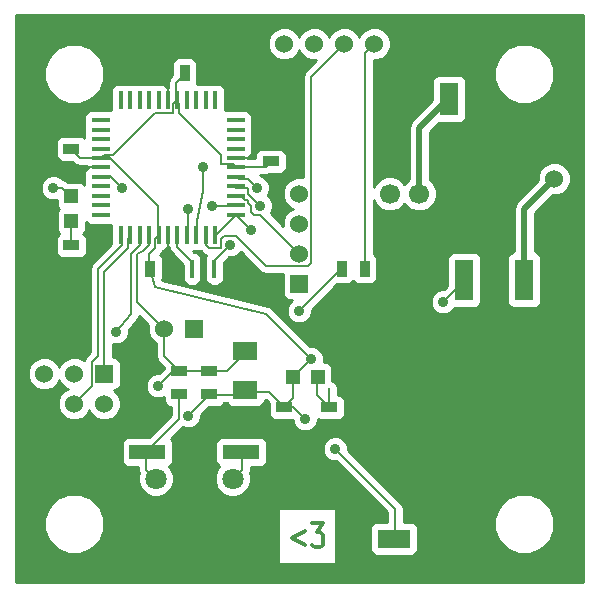
<source format=gtl>
G04 (created by PCBNEW-RS274X (2011-nov-30)-testing) date Mon 11 Jun 2012 06:03:41 PM EDT*
%MOIN*%
G04 Gerber Fmt 3.4, Leading zero omitted, Abs format*
%FSLAX34Y34*%
G01*
G70*
G90*
G04 APERTURE LIST*
%ADD10C,0.006*%
%ADD11C,0.012*%
%ADD12R,0.055X0.035*%
%ADD13R,0.06X0.06*%
%ADD14C,0.06*%
%ADD15C,0.0669*%
%ADD16R,0.122X0.0512*%
%ADD17C,0.0709*%
%ADD18R,0.1102X0.063*%
%ADD19R,0.063X0.1102*%
%ADD20R,0.0472X0.0472*%
%ADD21R,0.035X0.055*%
%ADD22R,0.08X0.06*%
%ADD23R,0.4803X0.3839*%
%ADD24R,0.063X0.1378*%
%ADD25R,0.06X0.016*%
%ADD26R,0.016X0.06*%
%ADD27R,0.0118X0.063*%
%ADD28C,0.035*%
%ADD29C,0.02*%
%ADD30C,0.01*%
G04 APERTURE END LIST*
G54D10*
G54D11*
X10203Y2249D02*
X9746Y2020D01*
X10203Y1791D01*
X10432Y2515D02*
X10803Y2515D01*
X10603Y2210D01*
X10689Y2210D01*
X10746Y2172D01*
X10775Y2134D01*
X10803Y2058D01*
X10803Y1868D01*
X10775Y1791D01*
X10746Y1753D01*
X10689Y1715D01*
X10517Y1715D01*
X10460Y1753D01*
X10432Y1791D01*
G54D12*
X11000Y6375D03*
X11000Y5625D03*
X7000Y6825D03*
X7000Y7575D03*
X6000Y6825D03*
X6000Y7575D03*
X2400Y11775D03*
X2400Y11025D03*
G54D13*
X3500Y7500D03*
G54D14*
X3500Y6500D03*
X2500Y7500D03*
X2500Y6500D03*
X1500Y7500D03*
X1500Y6500D03*
G54D13*
X7500Y18500D03*
G54D14*
X8500Y18500D03*
X9500Y18500D03*
X10500Y18500D03*
X11500Y18500D03*
X12500Y18500D03*
G54D13*
X18500Y15000D03*
G54D14*
X18500Y14000D03*
G54D15*
X14984Y13500D03*
X14000Y13500D03*
X13016Y13500D03*
G54D13*
X10000Y10500D03*
G54D14*
X10000Y11500D03*
X10000Y12500D03*
X10000Y13500D03*
G54D13*
X6500Y9000D03*
G54D14*
X5500Y9000D03*
G54D16*
X8065Y4886D03*
X4935Y4886D03*
X4935Y3114D03*
X8065Y3114D03*
G54D17*
X5220Y4000D03*
X7780Y4000D03*
X5220Y2228D03*
X7780Y2228D03*
X6500Y1500D03*
G54D18*
X13154Y2000D03*
X14846Y2000D03*
G54D19*
X15000Y16654D03*
X15000Y18346D03*
G54D20*
X9787Y7400D03*
X10613Y7400D03*
X2400Y13413D03*
X2400Y12587D03*
G54D21*
X5025Y11000D03*
X5775Y11000D03*
X12175Y11000D03*
X11425Y11000D03*
G54D12*
X9500Y6375D03*
X9500Y5625D03*
X2400Y14995D03*
X2400Y14245D03*
G54D21*
X6175Y17520D03*
X5425Y17520D03*
G54D12*
X9055Y14586D03*
X9055Y15336D03*
G54D22*
X8200Y8250D03*
X8200Y6950D03*
G54D23*
X16500Y6593D03*
G54D24*
X17500Y10638D03*
X15500Y10638D03*
G54D25*
X3375Y14375D03*
X3375Y14060D03*
X3375Y13745D03*
X3375Y13430D03*
X3375Y13115D03*
X3375Y12800D03*
X3375Y14690D03*
X3375Y15005D03*
X3375Y15320D03*
X3375Y15635D03*
X3375Y15950D03*
X7875Y14375D03*
X7875Y14060D03*
X7875Y13745D03*
X7875Y13430D03*
X7875Y13115D03*
X7875Y12800D03*
X7875Y14690D03*
X7875Y15005D03*
X7875Y15320D03*
X7875Y15635D03*
X7875Y15950D03*
G54D26*
X5625Y12125D03*
X5625Y16625D03*
X5940Y12125D03*
X5940Y16625D03*
X6255Y16625D03*
X6255Y12125D03*
X6570Y12125D03*
X6570Y16625D03*
X6885Y16625D03*
X6885Y12125D03*
X7200Y12125D03*
X7200Y16625D03*
X5310Y16625D03*
X5310Y12125D03*
X4995Y12125D03*
X4995Y16625D03*
X4680Y16625D03*
X4680Y12125D03*
X4365Y12125D03*
X4365Y16625D03*
X4050Y16625D03*
X4050Y12125D03*
G54D27*
X6800Y11000D03*
X6426Y11000D03*
X7174Y11000D03*
G54D28*
X10200Y6000D03*
X11200Y5000D03*
X10400Y8000D03*
X6300Y6100D03*
X14800Y9900D03*
X4100Y13700D03*
X1800Y13700D03*
X10000Y9600D03*
X7100Y13100D03*
X6300Y13000D03*
X7700Y11800D03*
X8600Y13700D03*
X8700Y13100D03*
X5300Y7100D03*
X6800Y14400D03*
X8400Y12300D03*
X3900Y8900D03*
G54D10*
X5800Y16200D02*
X5200Y16200D01*
X11200Y5000D02*
X13200Y3000D01*
X13200Y3000D02*
X13200Y2000D01*
X13200Y2000D02*
X13154Y2000D01*
X9800Y7400D02*
X10400Y8000D01*
X5300Y13100D02*
X5300Y12100D01*
X3400Y14700D02*
X2700Y14700D01*
X5800Y16500D02*
X5800Y16200D01*
X15500Y10600D02*
X15500Y10638D01*
X5940Y16625D02*
X5900Y16600D01*
X5900Y16600D02*
X6000Y16500D01*
X9787Y7400D02*
X9800Y7400D01*
X3375Y14690D02*
X3400Y14700D01*
X5025Y11000D02*
X5200Y10400D01*
X5940Y16625D02*
X5900Y16600D01*
X5900Y16600D02*
X5800Y16500D01*
X7900Y14400D02*
X7875Y14375D01*
X7800Y14500D02*
X7900Y14400D01*
X6000Y16200D02*
X7400Y14800D01*
X7400Y14800D02*
X7400Y14500D01*
X7400Y14500D02*
X7800Y14500D01*
X5200Y12000D02*
X5200Y11700D01*
X9500Y6400D02*
X9800Y6400D01*
X3400Y14700D02*
X3700Y14700D01*
X3700Y14700D02*
X5300Y13100D01*
X5200Y16200D02*
X3800Y14800D01*
X3800Y14800D02*
X3500Y14800D01*
X3500Y14800D02*
X3400Y14700D01*
X3400Y14700D02*
X3375Y14690D01*
X3375Y14690D02*
X3400Y14700D01*
X6000Y16500D02*
X6000Y16200D01*
X14800Y9900D02*
X15500Y10600D01*
X6300Y6100D02*
X7000Y6800D01*
X7000Y6800D02*
X7000Y6825D01*
X8200Y6950D02*
X8200Y6900D01*
X8200Y6900D02*
X9000Y6900D01*
X5900Y16600D02*
X5940Y16625D01*
X5310Y12125D02*
X5300Y12100D01*
X5300Y12100D02*
X5200Y12000D01*
X9100Y14600D02*
X9055Y14586D01*
X5200Y11700D02*
X5000Y11500D01*
X5000Y11500D02*
X5000Y11000D01*
X5000Y11000D02*
X5025Y11000D01*
X6175Y17520D02*
X6200Y17500D01*
X6200Y17500D02*
X5900Y17200D01*
X5900Y17200D02*
X5900Y16600D01*
X9500Y6400D02*
X9500Y6375D01*
X5200Y10400D02*
X8900Y9500D01*
X8900Y9500D02*
X10400Y8000D01*
X2700Y14700D02*
X2400Y15000D01*
X2400Y15000D02*
X2400Y14995D01*
X9800Y6700D02*
X9800Y7400D01*
X9800Y7400D02*
X9787Y7400D01*
X9000Y6900D02*
X9500Y6400D01*
X7900Y14400D02*
X8900Y14400D01*
X8900Y14400D02*
X9100Y14600D01*
X9500Y6375D02*
X9500Y6400D01*
X9500Y6400D02*
X9800Y6700D01*
X8100Y6800D02*
X8200Y6900D01*
X7000Y6800D02*
X8100Y6800D01*
X7000Y6825D02*
X7000Y6800D01*
X8200Y6900D02*
X8200Y6950D01*
X5300Y12100D02*
X5310Y12125D01*
X7875Y14375D02*
X7900Y14400D01*
X9500Y6375D02*
X9500Y6400D01*
X9800Y6400D02*
X10200Y6000D01*
G54D29*
X14000Y15700D02*
X14000Y13500D01*
X15000Y16700D02*
X14000Y15700D01*
X15000Y16654D02*
X15000Y16700D01*
X17500Y13000D02*
X17500Y10638D01*
X18500Y14000D02*
X17500Y13000D01*
G54D10*
X2100Y13700D02*
X2400Y13400D01*
X3400Y14100D02*
X3700Y14100D01*
X1800Y13700D02*
X2100Y13700D01*
X2400Y13400D02*
X2400Y13413D01*
X3375Y14060D02*
X3400Y14100D01*
X3700Y14100D02*
X4100Y13700D01*
X3375Y14375D02*
X2530Y14375D01*
X2530Y14375D02*
X2400Y14245D01*
X7875Y14690D02*
X8409Y14690D01*
X8409Y14690D02*
X9055Y15336D01*
X5625Y12125D02*
X5625Y11150D01*
X5625Y11150D02*
X5775Y11000D01*
X5625Y16625D02*
X5625Y17320D01*
X5625Y17320D02*
X5425Y17520D01*
X4365Y12125D02*
X4400Y12100D01*
X4400Y12100D02*
X4300Y12000D01*
X4300Y12000D02*
X4300Y11700D01*
X4300Y11700D02*
X3500Y10900D01*
X3500Y10900D02*
X3500Y7500D01*
X3300Y8100D02*
X3300Y11000D01*
X2500Y6500D02*
X3100Y7100D01*
X3100Y7900D02*
X3300Y8100D01*
X3300Y11000D02*
X4100Y11800D01*
X4100Y11800D02*
X4100Y12100D01*
X4100Y12100D02*
X4050Y12125D01*
X3100Y7100D02*
X3100Y7900D01*
X11000Y6375D02*
X11000Y6400D01*
X11000Y6400D02*
X10600Y6800D01*
X10600Y6800D02*
X10600Y7400D01*
X10600Y7400D02*
X10613Y7400D01*
X11000Y7013D02*
X11000Y6375D01*
X11425Y11000D02*
X11400Y11000D01*
X11400Y11000D02*
X10000Y9600D01*
X2400Y11775D02*
X2400Y12587D01*
X7900Y13400D02*
X8100Y13400D01*
X7875Y13430D02*
X7900Y13400D01*
X8200Y13300D02*
X8300Y13300D01*
X8400Y13100D02*
X8400Y12900D01*
X8400Y12900D02*
X8500Y12800D01*
X8300Y13200D02*
X8400Y13100D01*
X8500Y12800D02*
X8700Y12800D01*
X8700Y12800D02*
X10000Y11500D01*
X8300Y13300D02*
X8300Y13200D01*
X8100Y13400D02*
X8200Y13300D01*
X7100Y13100D02*
X7900Y13100D01*
X7900Y13100D02*
X7875Y13115D01*
X8100Y4900D02*
X8065Y4886D01*
X8100Y4300D02*
X8100Y4900D01*
X6000Y6000D02*
X6000Y6825D01*
X4900Y4900D02*
X6000Y6000D01*
X4935Y4886D02*
X4900Y4900D01*
X4900Y4900D02*
X4935Y4886D01*
X7800Y4000D02*
X8100Y4300D01*
X4900Y4300D02*
X4900Y4900D01*
X5200Y4000D02*
X4900Y4300D01*
X7780Y4000D02*
X7800Y4000D01*
X5220Y4000D02*
X5200Y4000D01*
X6426Y11000D02*
X6426Y11228D01*
X5940Y11714D02*
X5940Y12125D01*
X6426Y11228D02*
X5940Y11714D01*
X6300Y12600D02*
X6300Y13000D01*
X6300Y12100D02*
X6300Y12600D01*
X6255Y12125D02*
X6300Y12100D01*
X7200Y11300D02*
X7200Y11000D01*
X7700Y11800D02*
X7200Y11300D01*
X7200Y11000D02*
X7174Y11000D01*
X7900Y14100D02*
X7875Y14060D01*
X8000Y14000D02*
X7900Y14100D01*
X8300Y14000D02*
X8000Y14000D01*
X8600Y13700D02*
X8300Y14000D01*
X7900Y13700D02*
X7875Y13745D01*
X8300Y13700D02*
X7900Y13700D01*
X8300Y13500D02*
X8300Y13700D01*
X8700Y13100D02*
X8300Y13500D01*
X6000Y7575D02*
X6000Y7600D01*
X6000Y7600D02*
X5800Y7600D01*
X6000Y7600D02*
X7000Y7600D01*
X7000Y7600D02*
X7000Y7575D01*
X6000Y7575D02*
X6000Y7600D01*
X5500Y8100D02*
X5500Y9000D01*
X4800Y11600D02*
X5000Y11800D01*
X5000Y11800D02*
X5000Y12100D01*
X5800Y7600D02*
X5300Y7100D01*
X6000Y7600D02*
X5500Y8100D01*
X7000Y7575D02*
X7000Y7600D01*
X4600Y11500D02*
X4800Y11600D01*
X5500Y9000D02*
X4600Y9900D01*
X4600Y9900D02*
X4600Y11500D01*
X6000Y7575D02*
X6000Y7600D01*
X5000Y12100D02*
X4995Y12125D01*
X8200Y8200D02*
X8200Y8250D01*
X7600Y7600D02*
X8200Y8200D01*
X7000Y7600D02*
X7600Y7600D01*
X6570Y12125D02*
X6600Y12600D01*
X6800Y13600D02*
X6800Y14400D01*
X6600Y12600D02*
X6800Y13600D01*
X7900Y12800D02*
X8400Y12300D01*
X7900Y12800D02*
X7200Y12100D01*
X7875Y12800D02*
X7900Y12800D01*
X7875Y12800D02*
X7900Y12800D01*
X7200Y12100D02*
X7200Y12125D01*
X4600Y11700D02*
X4400Y11500D01*
X3900Y8900D02*
X4400Y9500D01*
X4400Y9500D02*
X4400Y11500D01*
X4700Y12100D02*
X4680Y12125D01*
X4700Y11800D02*
X4700Y12100D01*
X4600Y11700D02*
X4700Y11800D01*
X12200Y11000D02*
X12175Y11000D01*
X12500Y18500D02*
X12200Y18200D01*
X12200Y18200D02*
X12200Y11000D01*
X6900Y12100D02*
X6885Y12125D01*
X6900Y11800D02*
X6900Y12100D01*
X7000Y11700D02*
X6900Y11800D01*
X7400Y11700D02*
X7000Y11700D01*
X7400Y12000D02*
X7400Y11700D01*
X7500Y12100D02*
X7400Y12000D01*
X7900Y12100D02*
X7500Y12100D01*
X8900Y11100D02*
X7900Y12100D01*
X10300Y11100D02*
X8900Y11100D01*
X10400Y11200D02*
X10300Y11100D01*
X10400Y17400D02*
X10400Y11200D01*
X11500Y18500D02*
X10400Y17400D01*
G36*
X19450Y550D02*
X19049Y550D01*
X19049Y13891D01*
X19049Y14109D01*
X18965Y14311D01*
X18811Y14465D01*
X18609Y14549D01*
X18498Y14549D01*
X18498Y17301D01*
X18498Y17698D01*
X18346Y18065D01*
X18066Y18346D01*
X17699Y18498D01*
X17302Y18498D01*
X16935Y18346D01*
X16654Y18066D01*
X16502Y17699D01*
X16502Y17302D01*
X16654Y16935D01*
X16934Y16654D01*
X17301Y16502D01*
X17698Y16502D01*
X18065Y16654D01*
X18346Y16934D01*
X18498Y17301D01*
X18498Y14549D01*
X18391Y14549D01*
X18189Y14465D01*
X18035Y14311D01*
X17951Y14109D01*
X17951Y13946D01*
X17253Y13247D01*
X17177Y13134D01*
X17150Y13000D01*
X17150Y11576D01*
X17136Y11576D01*
X17044Y11538D01*
X16974Y11468D01*
X16936Y11377D01*
X16936Y11278D01*
X16936Y9900D01*
X16974Y9808D01*
X17044Y9738D01*
X17135Y9700D01*
X17234Y9700D01*
X17864Y9700D01*
X17956Y9738D01*
X18026Y9808D01*
X18064Y9899D01*
X18064Y9998D01*
X18064Y11376D01*
X18026Y11468D01*
X17956Y11538D01*
X17865Y11576D01*
X17850Y11576D01*
X17850Y12856D01*
X18445Y13451D01*
X18609Y13451D01*
X18811Y13535D01*
X18965Y13689D01*
X19049Y13891D01*
X19049Y550D01*
X18498Y550D01*
X18498Y2301D01*
X18498Y2698D01*
X18346Y3065D01*
X18066Y3346D01*
X17699Y3498D01*
X17302Y3498D01*
X16935Y3346D01*
X16654Y3066D01*
X16502Y2699D01*
X16502Y2302D01*
X16654Y1935D01*
X16934Y1654D01*
X17301Y1502D01*
X17698Y1502D01*
X18065Y1654D01*
X18346Y1934D01*
X18498Y2301D01*
X18498Y550D01*
X16062Y550D01*
X16062Y9900D01*
X16062Y9998D01*
X16062Y11376D01*
X16024Y11467D01*
X15955Y11536D01*
X15864Y11574D01*
X15766Y11574D01*
X15564Y11574D01*
X15564Y16053D01*
X15564Y16152D01*
X15564Y17254D01*
X15526Y17346D01*
X15456Y17416D01*
X15365Y17454D01*
X15266Y17454D01*
X14636Y17454D01*
X14544Y17416D01*
X14474Y17346D01*
X14436Y17255D01*
X14436Y17156D01*
X14436Y16631D01*
X13753Y15947D01*
X13677Y15834D01*
X13650Y15700D01*
X13650Y13976D01*
X13506Y13833D01*
X13346Y13993D01*
X13132Y14082D01*
X12901Y14082D01*
X12687Y13994D01*
X12523Y13830D01*
X12478Y13722D01*
X12478Y17953D01*
X12608Y17953D01*
X12809Y18036D01*
X12963Y18190D01*
X13047Y18390D01*
X13047Y18608D01*
X12964Y18809D01*
X12810Y18963D01*
X12610Y19047D01*
X12392Y19047D01*
X12191Y18964D01*
X12037Y18810D01*
X11999Y18722D01*
X11964Y18809D01*
X11810Y18963D01*
X11610Y19047D01*
X11392Y19047D01*
X11191Y18964D01*
X11037Y18810D01*
X10999Y18722D01*
X10964Y18809D01*
X10810Y18963D01*
X10610Y19047D01*
X10392Y19047D01*
X10191Y18964D01*
X10037Y18810D01*
X9999Y18722D01*
X9964Y18809D01*
X9810Y18963D01*
X9610Y19047D01*
X9392Y19047D01*
X9191Y18964D01*
X9037Y18810D01*
X8953Y18610D01*
X8953Y18392D01*
X9036Y18191D01*
X9190Y18037D01*
X9390Y17953D01*
X9608Y17953D01*
X9809Y18036D01*
X9963Y18190D01*
X10000Y18279D01*
X10036Y18191D01*
X10190Y18037D01*
X10390Y17953D01*
X10559Y17953D01*
X10203Y17597D01*
X10143Y17507D01*
X10121Y17400D01*
X10122Y17396D01*
X10122Y14042D01*
X10110Y14047D01*
X9892Y14047D01*
X9691Y13964D01*
X9537Y13810D01*
X9453Y13610D01*
X9453Y13392D01*
X9536Y13191D01*
X9690Y13037D01*
X9778Y13000D01*
X9691Y12964D01*
X9537Y12810D01*
X9453Y12610D01*
X9453Y12441D01*
X9046Y12848D01*
X9059Y12860D01*
X9123Y13016D01*
X9123Y13184D01*
X9059Y13339D01*
X8948Y13451D01*
X8959Y13460D01*
X9023Y13616D01*
X9023Y13784D01*
X8959Y13939D01*
X8840Y14059D01*
X8686Y14122D01*
X8895Y14122D01*
X8900Y14121D01*
X8900Y14122D01*
X9006Y14143D01*
X9007Y14143D01*
X9037Y14164D01*
X9038Y14164D01*
X9379Y14164D01*
X9470Y14202D01*
X9539Y14271D01*
X9577Y14362D01*
X9577Y14460D01*
X9577Y14810D01*
X9539Y14901D01*
X9470Y14970D01*
X9379Y15008D01*
X9281Y15008D01*
X8731Y15008D01*
X8640Y14970D01*
X8571Y14901D01*
X8533Y14810D01*
X8533Y14712D01*
X8533Y14678D01*
X8281Y14678D01*
X8252Y14690D01*
X8315Y14716D01*
X8384Y14785D01*
X8422Y14876D01*
X8422Y14974D01*
X8422Y15134D01*
X8410Y15163D01*
X8422Y15191D01*
X8422Y15289D01*
X8422Y15449D01*
X8410Y15478D01*
X8422Y15506D01*
X8422Y15604D01*
X8422Y15764D01*
X8410Y15793D01*
X8422Y15821D01*
X8422Y15919D01*
X8422Y16079D01*
X8384Y16170D01*
X8315Y16239D01*
X8224Y16277D01*
X8126Y16277D01*
X7527Y16277D01*
X7527Y16374D01*
X7527Y16974D01*
X7489Y17065D01*
X7420Y17134D01*
X7329Y17172D01*
X7231Y17172D01*
X7071Y17172D01*
X7042Y17161D01*
X7014Y17172D01*
X6916Y17172D01*
X6756Y17172D01*
X6727Y17161D01*
X6699Y17172D01*
X6601Y17172D01*
X6586Y17172D01*
X6597Y17196D01*
X6597Y17294D01*
X6597Y17844D01*
X6559Y17935D01*
X6490Y18004D01*
X6399Y18042D01*
X6301Y18042D01*
X5951Y18042D01*
X5860Y18004D01*
X5791Y17935D01*
X5753Y17844D01*
X5753Y17746D01*
X5753Y17447D01*
X5703Y17397D01*
X5643Y17307D01*
X5621Y17200D01*
X5622Y17196D01*
X5622Y17010D01*
X5599Y17065D01*
X5530Y17134D01*
X5439Y17172D01*
X5341Y17172D01*
X5181Y17172D01*
X5152Y17161D01*
X5124Y17172D01*
X5026Y17172D01*
X4866Y17172D01*
X4837Y17161D01*
X4809Y17172D01*
X4711Y17172D01*
X4551Y17172D01*
X4522Y17161D01*
X4494Y17172D01*
X4396Y17172D01*
X4236Y17172D01*
X4207Y17161D01*
X4179Y17172D01*
X4081Y17172D01*
X3921Y17172D01*
X3830Y17134D01*
X3761Y17065D01*
X3723Y16974D01*
X3723Y16876D01*
X3723Y16277D01*
X3626Y16277D01*
X3498Y16277D01*
X3498Y17301D01*
X3498Y17698D01*
X3346Y18065D01*
X3066Y18346D01*
X2699Y18498D01*
X2302Y18498D01*
X1935Y18346D01*
X1654Y18066D01*
X1502Y17699D01*
X1502Y17302D01*
X1654Y16935D01*
X1934Y16654D01*
X2301Y16502D01*
X2698Y16502D01*
X3065Y16654D01*
X3346Y16934D01*
X3498Y17301D01*
X3498Y16277D01*
X3026Y16277D01*
X2935Y16239D01*
X2866Y16170D01*
X2828Y16079D01*
X2828Y15981D01*
X2828Y15821D01*
X2839Y15793D01*
X2828Y15764D01*
X2828Y15666D01*
X2828Y15506D01*
X2839Y15478D01*
X2828Y15449D01*
X2828Y15366D01*
X2815Y15379D01*
X2724Y15417D01*
X2626Y15417D01*
X2076Y15417D01*
X1985Y15379D01*
X1916Y15310D01*
X1878Y15219D01*
X1878Y15121D01*
X1878Y14771D01*
X1916Y14680D01*
X1985Y14611D01*
X2076Y14573D01*
X2174Y14573D01*
X2433Y14573D01*
X2501Y14506D01*
X2503Y14503D01*
X2593Y14444D01*
X2594Y14443D01*
X2700Y14422D01*
X2914Y14422D01*
X2935Y14401D01*
X2997Y14375D01*
X2935Y14349D01*
X2866Y14280D01*
X2828Y14189D01*
X2828Y14091D01*
X2828Y13931D01*
X2839Y13903D01*
X2828Y13874D01*
X2828Y13806D01*
X2776Y13858D01*
X2685Y13896D01*
X2587Y13896D01*
X2297Y13896D01*
X2297Y13897D01*
X2207Y13957D01*
X2124Y13975D01*
X2040Y14059D01*
X1884Y14123D01*
X1716Y14123D01*
X1561Y14059D01*
X1441Y13940D01*
X1377Y13784D01*
X1377Y13616D01*
X1441Y13461D01*
X1560Y13341D01*
X1716Y13277D01*
X1884Y13277D01*
X1917Y13291D01*
X1917Y13128D01*
X1955Y13037D01*
X1992Y13000D01*
X1955Y12963D01*
X1917Y12872D01*
X1917Y12774D01*
X1917Y12302D01*
X1955Y12211D01*
X2000Y12166D01*
X1985Y12159D01*
X1916Y12090D01*
X1878Y11999D01*
X1878Y11901D01*
X1878Y11551D01*
X1916Y11460D01*
X1985Y11391D01*
X2076Y11353D01*
X2174Y11353D01*
X2724Y11353D01*
X2815Y11391D01*
X2884Y11460D01*
X2922Y11551D01*
X2922Y11649D01*
X2922Y11999D01*
X2884Y12090D01*
X2815Y12159D01*
X2799Y12166D01*
X2845Y12211D01*
X2883Y12302D01*
X2883Y12400D01*
X2883Y12563D01*
X2935Y12511D01*
X3026Y12473D01*
X3124Y12473D01*
X3723Y12473D01*
X3723Y12376D01*
X3723Y11817D01*
X3103Y11197D01*
X3043Y11107D01*
X3021Y11000D01*
X3022Y10996D01*
X3022Y8216D01*
X2903Y8097D01*
X2843Y8007D01*
X2829Y7944D01*
X2810Y7963D01*
X2610Y8047D01*
X2392Y8047D01*
X2191Y7964D01*
X2037Y7810D01*
X1999Y7722D01*
X1964Y7809D01*
X1810Y7963D01*
X1610Y8047D01*
X1392Y8047D01*
X1191Y7964D01*
X1037Y7810D01*
X953Y7610D01*
X953Y7392D01*
X1036Y7191D01*
X1190Y7037D01*
X1390Y6953D01*
X1608Y6953D01*
X1809Y7036D01*
X1963Y7190D01*
X2000Y7279D01*
X2036Y7191D01*
X2190Y7037D01*
X2278Y7000D01*
X2191Y6964D01*
X2037Y6810D01*
X1953Y6610D01*
X1953Y6392D01*
X2036Y6191D01*
X2190Y6037D01*
X2390Y5953D01*
X2608Y5953D01*
X2809Y6036D01*
X2963Y6190D01*
X3000Y6279D01*
X3036Y6191D01*
X3190Y6037D01*
X3390Y5953D01*
X3608Y5953D01*
X3809Y6036D01*
X3963Y6190D01*
X4047Y6390D01*
X4047Y6608D01*
X3964Y6809D01*
X3820Y6953D01*
X3849Y6953D01*
X3940Y6991D01*
X4009Y7060D01*
X4047Y7151D01*
X4047Y7249D01*
X4047Y7849D01*
X4009Y7940D01*
X3940Y8009D01*
X3849Y8047D01*
X3778Y8047D01*
X3778Y8493D01*
X3816Y8477D01*
X3984Y8477D01*
X4139Y8541D01*
X4259Y8660D01*
X4323Y8816D01*
X4323Y8973D01*
X4597Y9303D01*
X4614Y9322D01*
X4633Y9359D01*
X4657Y9394D01*
X4659Y9407D01*
X4665Y9417D01*
X4667Y9439D01*
X4965Y9141D01*
X4953Y9110D01*
X4953Y8892D01*
X5036Y8691D01*
X5190Y8537D01*
X5222Y8524D01*
X5222Y8105D01*
X5221Y8100D01*
X5243Y7993D01*
X5303Y7903D01*
X5478Y7728D01*
X5478Y7701D01*
X5478Y7672D01*
X5329Y7523D01*
X5216Y7523D01*
X5061Y7459D01*
X4941Y7340D01*
X4877Y7184D01*
X4877Y7016D01*
X4941Y6861D01*
X5060Y6741D01*
X5216Y6677D01*
X5384Y6677D01*
X5478Y6716D01*
X5478Y6601D01*
X5516Y6510D01*
X5585Y6441D01*
X5676Y6403D01*
X5722Y6403D01*
X5722Y6116D01*
X4995Y5389D01*
X4276Y5389D01*
X4185Y5351D01*
X4116Y5282D01*
X4078Y5191D01*
X4078Y5093D01*
X4078Y4581D01*
X4116Y4490D01*
X4185Y4421D01*
X4276Y4383D01*
X4374Y4383D01*
X4622Y4383D01*
X4622Y4305D01*
X4621Y4300D01*
X4643Y4193D01*
X4646Y4188D01*
X4619Y4120D01*
X4619Y3881D01*
X4710Y3660D01*
X4879Y3491D01*
X5100Y3399D01*
X5339Y3399D01*
X5560Y3490D01*
X5729Y3659D01*
X5821Y3880D01*
X5821Y4119D01*
X5730Y4340D01*
X5659Y4411D01*
X5685Y4421D01*
X5754Y4490D01*
X5792Y4581D01*
X5792Y4679D01*
X5792Y5191D01*
X5754Y5282D01*
X5714Y5322D01*
X6112Y5720D01*
X6216Y5677D01*
X6384Y5677D01*
X6539Y5741D01*
X6659Y5860D01*
X6723Y6016D01*
X6723Y6130D01*
X6996Y6403D01*
X7324Y6403D01*
X7415Y6441D01*
X7484Y6510D01*
X7489Y6522D01*
X7585Y6522D01*
X7591Y6510D01*
X7660Y6441D01*
X7751Y6403D01*
X7849Y6403D01*
X8649Y6403D01*
X8740Y6441D01*
X8809Y6510D01*
X8847Y6601D01*
X8847Y6622D01*
X8884Y6622D01*
X8978Y6528D01*
X8978Y6501D01*
X8978Y6151D01*
X9016Y6060D01*
X9085Y5991D01*
X9176Y5953D01*
X9274Y5953D01*
X9777Y5953D01*
X9777Y5916D01*
X9841Y5761D01*
X9960Y5641D01*
X10116Y5577D01*
X10284Y5577D01*
X10439Y5641D01*
X10559Y5760D01*
X10623Y5916D01*
X10623Y5976D01*
X10676Y5953D01*
X10774Y5953D01*
X11324Y5953D01*
X11415Y5991D01*
X11484Y6060D01*
X11522Y6151D01*
X11522Y6249D01*
X11522Y6599D01*
X11484Y6690D01*
X11415Y6759D01*
X11324Y6797D01*
X11278Y6797D01*
X11278Y7013D01*
X11257Y7119D01*
X11197Y7210D01*
X11106Y7270D01*
X11096Y7272D01*
X11096Y7685D01*
X11058Y7776D01*
X10989Y7845D01*
X10898Y7883D01*
X10809Y7883D01*
X10823Y7916D01*
X10823Y8084D01*
X10759Y8239D01*
X10640Y8359D01*
X10484Y8423D01*
X10370Y8423D01*
X9097Y9697D01*
X9071Y9715D01*
X9063Y9723D01*
X9046Y9731D01*
X9007Y9757D01*
X8974Y9764D01*
X8965Y9768D01*
X5427Y10631D01*
X5447Y10676D01*
X5447Y10774D01*
X5447Y11324D01*
X5409Y11415D01*
X5358Y11466D01*
X5394Y11502D01*
X5396Y11503D01*
X5397Y11503D01*
X5449Y11583D01*
X5530Y11616D01*
X5599Y11685D01*
X5625Y11748D01*
X5651Y11685D01*
X5671Y11665D01*
X5683Y11607D01*
X5743Y11517D01*
X6120Y11141D01*
X6120Y10636D01*
X6158Y10545D01*
X6227Y10476D01*
X6318Y10438D01*
X6416Y10438D01*
X6534Y10438D01*
X6625Y10476D01*
X6694Y10545D01*
X6732Y10636D01*
X6732Y10734D01*
X6732Y11364D01*
X6694Y11455D01*
X6625Y11524D01*
X6534Y11562D01*
X6485Y11562D01*
X6469Y11578D01*
X6539Y11578D01*
X6699Y11578D01*
X6719Y11587D01*
X6801Y11506D01*
X6803Y11503D01*
X6893Y11444D01*
X6894Y11443D01*
X6900Y11442D01*
X6868Y11364D01*
X6868Y11266D01*
X6868Y10636D01*
X6906Y10545D01*
X6975Y10476D01*
X7066Y10438D01*
X7164Y10438D01*
X7282Y10438D01*
X7373Y10476D01*
X7442Y10545D01*
X7480Y10636D01*
X7480Y10734D01*
X7480Y11186D01*
X7671Y11377D01*
X7784Y11377D01*
X7939Y11441D01*
X8052Y11554D01*
X8701Y10906D01*
X8703Y10903D01*
X8757Y10868D01*
X8793Y10843D01*
X8794Y10843D01*
X8900Y10822D01*
X9453Y10822D01*
X9453Y10751D01*
X9453Y10151D01*
X9491Y10060D01*
X9560Y9991D01*
X9651Y9953D01*
X9749Y9953D01*
X9754Y9953D01*
X9641Y9840D01*
X9577Y9684D01*
X9577Y9516D01*
X9641Y9361D01*
X9760Y9241D01*
X9916Y9177D01*
X10084Y9177D01*
X10239Y9241D01*
X10359Y9360D01*
X10423Y9516D01*
X10423Y9630D01*
X11271Y10478D01*
X11299Y10478D01*
X11649Y10478D01*
X11740Y10516D01*
X11800Y10576D01*
X11860Y10516D01*
X11951Y10478D01*
X12049Y10478D01*
X12399Y10478D01*
X12490Y10516D01*
X12559Y10585D01*
X12597Y10676D01*
X12597Y10774D01*
X12597Y11324D01*
X12559Y11415D01*
X12490Y11484D01*
X12478Y11490D01*
X12478Y13278D01*
X12522Y13171D01*
X12686Y13007D01*
X12900Y12918D01*
X13131Y12918D01*
X13345Y13006D01*
X13506Y13168D01*
X13669Y13005D01*
X13884Y12916D01*
X14116Y12916D01*
X14331Y13005D01*
X14495Y13169D01*
X14584Y13384D01*
X14584Y13616D01*
X14495Y13831D01*
X14350Y13976D01*
X14350Y15556D01*
X14648Y15854D01*
X14734Y15854D01*
X15364Y15854D01*
X15456Y15892D01*
X15526Y15962D01*
X15564Y16053D01*
X15564Y11574D01*
X15136Y11574D01*
X15045Y11536D01*
X14976Y11467D01*
X14938Y11376D01*
X14938Y11278D01*
X14938Y10432D01*
X14829Y10323D01*
X14716Y10323D01*
X14561Y10259D01*
X14441Y10140D01*
X14377Y9984D01*
X14377Y9816D01*
X14441Y9661D01*
X14560Y9541D01*
X14716Y9477D01*
X14884Y9477D01*
X15039Y9541D01*
X15159Y9660D01*
X15176Y9702D01*
X15234Y9702D01*
X15864Y9702D01*
X15955Y9740D01*
X16024Y9809D01*
X16062Y9900D01*
X16062Y550D01*
X13952Y550D01*
X13952Y1636D01*
X13952Y1734D01*
X13952Y2364D01*
X13914Y2455D01*
X13845Y2524D01*
X13754Y2562D01*
X13656Y2562D01*
X13478Y2562D01*
X13478Y3000D01*
X13457Y3106D01*
X13456Y3107D01*
X13397Y3197D01*
X13394Y3199D01*
X11623Y4971D01*
X11623Y5084D01*
X11559Y5239D01*
X11440Y5359D01*
X11284Y5423D01*
X11116Y5423D01*
X10961Y5359D01*
X10841Y5240D01*
X10777Y5084D01*
X10777Y4916D01*
X10841Y4761D01*
X10960Y4641D01*
X11116Y4577D01*
X11229Y4577D01*
X12922Y2885D01*
X12922Y2562D01*
X12554Y2562D01*
X12463Y2524D01*
X12394Y2455D01*
X12356Y2364D01*
X12356Y2266D01*
X12356Y1636D01*
X12394Y1545D01*
X12463Y1476D01*
X12554Y1438D01*
X12652Y1438D01*
X13754Y1438D01*
X13845Y1476D01*
X13914Y1545D01*
X13952Y1636D01*
X13952Y550D01*
X11225Y550D01*
X11225Y1171D01*
X11225Y3027D01*
X9295Y3027D01*
X9295Y1171D01*
X11225Y1171D01*
X11225Y550D01*
X8922Y550D01*
X8922Y4581D01*
X8922Y4679D01*
X8922Y5191D01*
X8884Y5282D01*
X8815Y5351D01*
X8724Y5389D01*
X8626Y5389D01*
X7406Y5389D01*
X7315Y5351D01*
X7246Y5282D01*
X7208Y5191D01*
X7208Y5093D01*
X7208Y4581D01*
X7246Y4490D01*
X7315Y4421D01*
X7340Y4411D01*
X7271Y4341D01*
X7179Y4120D01*
X7179Y3881D01*
X7270Y3660D01*
X7439Y3491D01*
X7660Y3399D01*
X7899Y3399D01*
X8120Y3490D01*
X8289Y3659D01*
X8381Y3880D01*
X8381Y4119D01*
X8352Y4188D01*
X8356Y4193D01*
X8357Y4194D01*
X8378Y4300D01*
X8378Y4383D01*
X8724Y4383D01*
X8815Y4421D01*
X8884Y4490D01*
X8922Y4581D01*
X8922Y550D01*
X3498Y550D01*
X3498Y2301D01*
X3498Y2698D01*
X3346Y3065D01*
X3066Y3346D01*
X2699Y3498D01*
X2302Y3498D01*
X1935Y3346D01*
X1654Y3066D01*
X1502Y2699D01*
X1502Y2302D01*
X1654Y1935D01*
X1934Y1654D01*
X2301Y1502D01*
X2698Y1502D01*
X3065Y1654D01*
X3346Y1934D01*
X3498Y2301D01*
X3498Y550D01*
X550Y550D01*
X550Y19450D01*
X19450Y19450D01*
X19450Y550D01*
X19450Y550D01*
G37*
G54D30*
X19450Y550D02*
X19049Y550D01*
X19049Y13891D01*
X19049Y14109D01*
X18965Y14311D01*
X18811Y14465D01*
X18609Y14549D01*
X18498Y14549D01*
X18498Y17301D01*
X18498Y17698D01*
X18346Y18065D01*
X18066Y18346D01*
X17699Y18498D01*
X17302Y18498D01*
X16935Y18346D01*
X16654Y18066D01*
X16502Y17699D01*
X16502Y17302D01*
X16654Y16935D01*
X16934Y16654D01*
X17301Y16502D01*
X17698Y16502D01*
X18065Y16654D01*
X18346Y16934D01*
X18498Y17301D01*
X18498Y14549D01*
X18391Y14549D01*
X18189Y14465D01*
X18035Y14311D01*
X17951Y14109D01*
X17951Y13946D01*
X17253Y13247D01*
X17177Y13134D01*
X17150Y13000D01*
X17150Y11576D01*
X17136Y11576D01*
X17044Y11538D01*
X16974Y11468D01*
X16936Y11377D01*
X16936Y11278D01*
X16936Y9900D01*
X16974Y9808D01*
X17044Y9738D01*
X17135Y9700D01*
X17234Y9700D01*
X17864Y9700D01*
X17956Y9738D01*
X18026Y9808D01*
X18064Y9899D01*
X18064Y9998D01*
X18064Y11376D01*
X18026Y11468D01*
X17956Y11538D01*
X17865Y11576D01*
X17850Y11576D01*
X17850Y12856D01*
X18445Y13451D01*
X18609Y13451D01*
X18811Y13535D01*
X18965Y13689D01*
X19049Y13891D01*
X19049Y550D01*
X18498Y550D01*
X18498Y2301D01*
X18498Y2698D01*
X18346Y3065D01*
X18066Y3346D01*
X17699Y3498D01*
X17302Y3498D01*
X16935Y3346D01*
X16654Y3066D01*
X16502Y2699D01*
X16502Y2302D01*
X16654Y1935D01*
X16934Y1654D01*
X17301Y1502D01*
X17698Y1502D01*
X18065Y1654D01*
X18346Y1934D01*
X18498Y2301D01*
X18498Y550D01*
X16062Y550D01*
X16062Y9900D01*
X16062Y9998D01*
X16062Y11376D01*
X16024Y11467D01*
X15955Y11536D01*
X15864Y11574D01*
X15766Y11574D01*
X15564Y11574D01*
X15564Y16053D01*
X15564Y16152D01*
X15564Y17254D01*
X15526Y17346D01*
X15456Y17416D01*
X15365Y17454D01*
X15266Y17454D01*
X14636Y17454D01*
X14544Y17416D01*
X14474Y17346D01*
X14436Y17255D01*
X14436Y17156D01*
X14436Y16631D01*
X13753Y15947D01*
X13677Y15834D01*
X13650Y15700D01*
X13650Y13976D01*
X13506Y13833D01*
X13346Y13993D01*
X13132Y14082D01*
X12901Y14082D01*
X12687Y13994D01*
X12523Y13830D01*
X12478Y13722D01*
X12478Y17953D01*
X12608Y17953D01*
X12809Y18036D01*
X12963Y18190D01*
X13047Y18390D01*
X13047Y18608D01*
X12964Y18809D01*
X12810Y18963D01*
X12610Y19047D01*
X12392Y19047D01*
X12191Y18964D01*
X12037Y18810D01*
X11999Y18722D01*
X11964Y18809D01*
X11810Y18963D01*
X11610Y19047D01*
X11392Y19047D01*
X11191Y18964D01*
X11037Y18810D01*
X10999Y18722D01*
X10964Y18809D01*
X10810Y18963D01*
X10610Y19047D01*
X10392Y19047D01*
X10191Y18964D01*
X10037Y18810D01*
X9999Y18722D01*
X9964Y18809D01*
X9810Y18963D01*
X9610Y19047D01*
X9392Y19047D01*
X9191Y18964D01*
X9037Y18810D01*
X8953Y18610D01*
X8953Y18392D01*
X9036Y18191D01*
X9190Y18037D01*
X9390Y17953D01*
X9608Y17953D01*
X9809Y18036D01*
X9963Y18190D01*
X10000Y18279D01*
X10036Y18191D01*
X10190Y18037D01*
X10390Y17953D01*
X10559Y17953D01*
X10203Y17597D01*
X10143Y17507D01*
X10121Y17400D01*
X10122Y17396D01*
X10122Y14042D01*
X10110Y14047D01*
X9892Y14047D01*
X9691Y13964D01*
X9537Y13810D01*
X9453Y13610D01*
X9453Y13392D01*
X9536Y13191D01*
X9690Y13037D01*
X9778Y13000D01*
X9691Y12964D01*
X9537Y12810D01*
X9453Y12610D01*
X9453Y12441D01*
X9046Y12848D01*
X9059Y12860D01*
X9123Y13016D01*
X9123Y13184D01*
X9059Y13339D01*
X8948Y13451D01*
X8959Y13460D01*
X9023Y13616D01*
X9023Y13784D01*
X8959Y13939D01*
X8840Y14059D01*
X8686Y14122D01*
X8895Y14122D01*
X8900Y14121D01*
X8900Y14122D01*
X9006Y14143D01*
X9007Y14143D01*
X9037Y14164D01*
X9038Y14164D01*
X9379Y14164D01*
X9470Y14202D01*
X9539Y14271D01*
X9577Y14362D01*
X9577Y14460D01*
X9577Y14810D01*
X9539Y14901D01*
X9470Y14970D01*
X9379Y15008D01*
X9281Y15008D01*
X8731Y15008D01*
X8640Y14970D01*
X8571Y14901D01*
X8533Y14810D01*
X8533Y14712D01*
X8533Y14678D01*
X8281Y14678D01*
X8252Y14690D01*
X8315Y14716D01*
X8384Y14785D01*
X8422Y14876D01*
X8422Y14974D01*
X8422Y15134D01*
X8410Y15163D01*
X8422Y15191D01*
X8422Y15289D01*
X8422Y15449D01*
X8410Y15478D01*
X8422Y15506D01*
X8422Y15604D01*
X8422Y15764D01*
X8410Y15793D01*
X8422Y15821D01*
X8422Y15919D01*
X8422Y16079D01*
X8384Y16170D01*
X8315Y16239D01*
X8224Y16277D01*
X8126Y16277D01*
X7527Y16277D01*
X7527Y16374D01*
X7527Y16974D01*
X7489Y17065D01*
X7420Y17134D01*
X7329Y17172D01*
X7231Y17172D01*
X7071Y17172D01*
X7042Y17161D01*
X7014Y17172D01*
X6916Y17172D01*
X6756Y17172D01*
X6727Y17161D01*
X6699Y17172D01*
X6601Y17172D01*
X6586Y17172D01*
X6597Y17196D01*
X6597Y17294D01*
X6597Y17844D01*
X6559Y17935D01*
X6490Y18004D01*
X6399Y18042D01*
X6301Y18042D01*
X5951Y18042D01*
X5860Y18004D01*
X5791Y17935D01*
X5753Y17844D01*
X5753Y17746D01*
X5753Y17447D01*
X5703Y17397D01*
X5643Y17307D01*
X5621Y17200D01*
X5622Y17196D01*
X5622Y17010D01*
X5599Y17065D01*
X5530Y17134D01*
X5439Y17172D01*
X5341Y17172D01*
X5181Y17172D01*
X5152Y17161D01*
X5124Y17172D01*
X5026Y17172D01*
X4866Y17172D01*
X4837Y17161D01*
X4809Y17172D01*
X4711Y17172D01*
X4551Y17172D01*
X4522Y17161D01*
X4494Y17172D01*
X4396Y17172D01*
X4236Y17172D01*
X4207Y17161D01*
X4179Y17172D01*
X4081Y17172D01*
X3921Y17172D01*
X3830Y17134D01*
X3761Y17065D01*
X3723Y16974D01*
X3723Y16876D01*
X3723Y16277D01*
X3626Y16277D01*
X3498Y16277D01*
X3498Y17301D01*
X3498Y17698D01*
X3346Y18065D01*
X3066Y18346D01*
X2699Y18498D01*
X2302Y18498D01*
X1935Y18346D01*
X1654Y18066D01*
X1502Y17699D01*
X1502Y17302D01*
X1654Y16935D01*
X1934Y16654D01*
X2301Y16502D01*
X2698Y16502D01*
X3065Y16654D01*
X3346Y16934D01*
X3498Y17301D01*
X3498Y16277D01*
X3026Y16277D01*
X2935Y16239D01*
X2866Y16170D01*
X2828Y16079D01*
X2828Y15981D01*
X2828Y15821D01*
X2839Y15793D01*
X2828Y15764D01*
X2828Y15666D01*
X2828Y15506D01*
X2839Y15478D01*
X2828Y15449D01*
X2828Y15366D01*
X2815Y15379D01*
X2724Y15417D01*
X2626Y15417D01*
X2076Y15417D01*
X1985Y15379D01*
X1916Y15310D01*
X1878Y15219D01*
X1878Y15121D01*
X1878Y14771D01*
X1916Y14680D01*
X1985Y14611D01*
X2076Y14573D01*
X2174Y14573D01*
X2433Y14573D01*
X2501Y14506D01*
X2503Y14503D01*
X2593Y14444D01*
X2594Y14443D01*
X2700Y14422D01*
X2914Y14422D01*
X2935Y14401D01*
X2997Y14375D01*
X2935Y14349D01*
X2866Y14280D01*
X2828Y14189D01*
X2828Y14091D01*
X2828Y13931D01*
X2839Y13903D01*
X2828Y13874D01*
X2828Y13806D01*
X2776Y13858D01*
X2685Y13896D01*
X2587Y13896D01*
X2297Y13896D01*
X2297Y13897D01*
X2207Y13957D01*
X2124Y13975D01*
X2040Y14059D01*
X1884Y14123D01*
X1716Y14123D01*
X1561Y14059D01*
X1441Y13940D01*
X1377Y13784D01*
X1377Y13616D01*
X1441Y13461D01*
X1560Y13341D01*
X1716Y13277D01*
X1884Y13277D01*
X1917Y13291D01*
X1917Y13128D01*
X1955Y13037D01*
X1992Y13000D01*
X1955Y12963D01*
X1917Y12872D01*
X1917Y12774D01*
X1917Y12302D01*
X1955Y12211D01*
X2000Y12166D01*
X1985Y12159D01*
X1916Y12090D01*
X1878Y11999D01*
X1878Y11901D01*
X1878Y11551D01*
X1916Y11460D01*
X1985Y11391D01*
X2076Y11353D01*
X2174Y11353D01*
X2724Y11353D01*
X2815Y11391D01*
X2884Y11460D01*
X2922Y11551D01*
X2922Y11649D01*
X2922Y11999D01*
X2884Y12090D01*
X2815Y12159D01*
X2799Y12166D01*
X2845Y12211D01*
X2883Y12302D01*
X2883Y12400D01*
X2883Y12563D01*
X2935Y12511D01*
X3026Y12473D01*
X3124Y12473D01*
X3723Y12473D01*
X3723Y12376D01*
X3723Y11817D01*
X3103Y11197D01*
X3043Y11107D01*
X3021Y11000D01*
X3022Y10996D01*
X3022Y8216D01*
X2903Y8097D01*
X2843Y8007D01*
X2829Y7944D01*
X2810Y7963D01*
X2610Y8047D01*
X2392Y8047D01*
X2191Y7964D01*
X2037Y7810D01*
X1999Y7722D01*
X1964Y7809D01*
X1810Y7963D01*
X1610Y8047D01*
X1392Y8047D01*
X1191Y7964D01*
X1037Y7810D01*
X953Y7610D01*
X953Y7392D01*
X1036Y7191D01*
X1190Y7037D01*
X1390Y6953D01*
X1608Y6953D01*
X1809Y7036D01*
X1963Y7190D01*
X2000Y7279D01*
X2036Y7191D01*
X2190Y7037D01*
X2278Y7000D01*
X2191Y6964D01*
X2037Y6810D01*
X1953Y6610D01*
X1953Y6392D01*
X2036Y6191D01*
X2190Y6037D01*
X2390Y5953D01*
X2608Y5953D01*
X2809Y6036D01*
X2963Y6190D01*
X3000Y6279D01*
X3036Y6191D01*
X3190Y6037D01*
X3390Y5953D01*
X3608Y5953D01*
X3809Y6036D01*
X3963Y6190D01*
X4047Y6390D01*
X4047Y6608D01*
X3964Y6809D01*
X3820Y6953D01*
X3849Y6953D01*
X3940Y6991D01*
X4009Y7060D01*
X4047Y7151D01*
X4047Y7249D01*
X4047Y7849D01*
X4009Y7940D01*
X3940Y8009D01*
X3849Y8047D01*
X3778Y8047D01*
X3778Y8493D01*
X3816Y8477D01*
X3984Y8477D01*
X4139Y8541D01*
X4259Y8660D01*
X4323Y8816D01*
X4323Y8973D01*
X4597Y9303D01*
X4614Y9322D01*
X4633Y9359D01*
X4657Y9394D01*
X4659Y9407D01*
X4665Y9417D01*
X4667Y9439D01*
X4965Y9141D01*
X4953Y9110D01*
X4953Y8892D01*
X5036Y8691D01*
X5190Y8537D01*
X5222Y8524D01*
X5222Y8105D01*
X5221Y8100D01*
X5243Y7993D01*
X5303Y7903D01*
X5478Y7728D01*
X5478Y7701D01*
X5478Y7672D01*
X5329Y7523D01*
X5216Y7523D01*
X5061Y7459D01*
X4941Y7340D01*
X4877Y7184D01*
X4877Y7016D01*
X4941Y6861D01*
X5060Y6741D01*
X5216Y6677D01*
X5384Y6677D01*
X5478Y6716D01*
X5478Y6601D01*
X5516Y6510D01*
X5585Y6441D01*
X5676Y6403D01*
X5722Y6403D01*
X5722Y6116D01*
X4995Y5389D01*
X4276Y5389D01*
X4185Y5351D01*
X4116Y5282D01*
X4078Y5191D01*
X4078Y5093D01*
X4078Y4581D01*
X4116Y4490D01*
X4185Y4421D01*
X4276Y4383D01*
X4374Y4383D01*
X4622Y4383D01*
X4622Y4305D01*
X4621Y4300D01*
X4643Y4193D01*
X4646Y4188D01*
X4619Y4120D01*
X4619Y3881D01*
X4710Y3660D01*
X4879Y3491D01*
X5100Y3399D01*
X5339Y3399D01*
X5560Y3490D01*
X5729Y3659D01*
X5821Y3880D01*
X5821Y4119D01*
X5730Y4340D01*
X5659Y4411D01*
X5685Y4421D01*
X5754Y4490D01*
X5792Y4581D01*
X5792Y4679D01*
X5792Y5191D01*
X5754Y5282D01*
X5714Y5322D01*
X6112Y5720D01*
X6216Y5677D01*
X6384Y5677D01*
X6539Y5741D01*
X6659Y5860D01*
X6723Y6016D01*
X6723Y6130D01*
X6996Y6403D01*
X7324Y6403D01*
X7415Y6441D01*
X7484Y6510D01*
X7489Y6522D01*
X7585Y6522D01*
X7591Y6510D01*
X7660Y6441D01*
X7751Y6403D01*
X7849Y6403D01*
X8649Y6403D01*
X8740Y6441D01*
X8809Y6510D01*
X8847Y6601D01*
X8847Y6622D01*
X8884Y6622D01*
X8978Y6528D01*
X8978Y6501D01*
X8978Y6151D01*
X9016Y6060D01*
X9085Y5991D01*
X9176Y5953D01*
X9274Y5953D01*
X9777Y5953D01*
X9777Y5916D01*
X9841Y5761D01*
X9960Y5641D01*
X10116Y5577D01*
X10284Y5577D01*
X10439Y5641D01*
X10559Y5760D01*
X10623Y5916D01*
X10623Y5976D01*
X10676Y5953D01*
X10774Y5953D01*
X11324Y5953D01*
X11415Y5991D01*
X11484Y6060D01*
X11522Y6151D01*
X11522Y6249D01*
X11522Y6599D01*
X11484Y6690D01*
X11415Y6759D01*
X11324Y6797D01*
X11278Y6797D01*
X11278Y7013D01*
X11257Y7119D01*
X11197Y7210D01*
X11106Y7270D01*
X11096Y7272D01*
X11096Y7685D01*
X11058Y7776D01*
X10989Y7845D01*
X10898Y7883D01*
X10809Y7883D01*
X10823Y7916D01*
X10823Y8084D01*
X10759Y8239D01*
X10640Y8359D01*
X10484Y8423D01*
X10370Y8423D01*
X9097Y9697D01*
X9071Y9715D01*
X9063Y9723D01*
X9046Y9731D01*
X9007Y9757D01*
X8974Y9764D01*
X8965Y9768D01*
X5427Y10631D01*
X5447Y10676D01*
X5447Y10774D01*
X5447Y11324D01*
X5409Y11415D01*
X5358Y11466D01*
X5394Y11502D01*
X5396Y11503D01*
X5397Y11503D01*
X5449Y11583D01*
X5530Y11616D01*
X5599Y11685D01*
X5625Y11748D01*
X5651Y11685D01*
X5671Y11665D01*
X5683Y11607D01*
X5743Y11517D01*
X6120Y11141D01*
X6120Y10636D01*
X6158Y10545D01*
X6227Y10476D01*
X6318Y10438D01*
X6416Y10438D01*
X6534Y10438D01*
X6625Y10476D01*
X6694Y10545D01*
X6732Y10636D01*
X6732Y10734D01*
X6732Y11364D01*
X6694Y11455D01*
X6625Y11524D01*
X6534Y11562D01*
X6485Y11562D01*
X6469Y11578D01*
X6539Y11578D01*
X6699Y11578D01*
X6719Y11587D01*
X6801Y11506D01*
X6803Y11503D01*
X6893Y11444D01*
X6894Y11443D01*
X6900Y11442D01*
X6868Y11364D01*
X6868Y11266D01*
X6868Y10636D01*
X6906Y10545D01*
X6975Y10476D01*
X7066Y10438D01*
X7164Y10438D01*
X7282Y10438D01*
X7373Y10476D01*
X7442Y10545D01*
X7480Y10636D01*
X7480Y10734D01*
X7480Y11186D01*
X7671Y11377D01*
X7784Y11377D01*
X7939Y11441D01*
X8052Y11554D01*
X8701Y10906D01*
X8703Y10903D01*
X8757Y10868D01*
X8793Y10843D01*
X8794Y10843D01*
X8900Y10822D01*
X9453Y10822D01*
X9453Y10751D01*
X9453Y10151D01*
X9491Y10060D01*
X9560Y9991D01*
X9651Y9953D01*
X9749Y9953D01*
X9754Y9953D01*
X9641Y9840D01*
X9577Y9684D01*
X9577Y9516D01*
X9641Y9361D01*
X9760Y9241D01*
X9916Y9177D01*
X10084Y9177D01*
X10239Y9241D01*
X10359Y9360D01*
X10423Y9516D01*
X10423Y9630D01*
X11271Y10478D01*
X11299Y10478D01*
X11649Y10478D01*
X11740Y10516D01*
X11800Y10576D01*
X11860Y10516D01*
X11951Y10478D01*
X12049Y10478D01*
X12399Y10478D01*
X12490Y10516D01*
X12559Y10585D01*
X12597Y10676D01*
X12597Y10774D01*
X12597Y11324D01*
X12559Y11415D01*
X12490Y11484D01*
X12478Y11490D01*
X12478Y13278D01*
X12522Y13171D01*
X12686Y13007D01*
X12900Y12918D01*
X13131Y12918D01*
X13345Y13006D01*
X13506Y13168D01*
X13669Y13005D01*
X13884Y12916D01*
X14116Y12916D01*
X14331Y13005D01*
X14495Y13169D01*
X14584Y13384D01*
X14584Y13616D01*
X14495Y13831D01*
X14350Y13976D01*
X14350Y15556D01*
X14648Y15854D01*
X14734Y15854D01*
X15364Y15854D01*
X15456Y15892D01*
X15526Y15962D01*
X15564Y16053D01*
X15564Y11574D01*
X15136Y11574D01*
X15045Y11536D01*
X14976Y11467D01*
X14938Y11376D01*
X14938Y11278D01*
X14938Y10432D01*
X14829Y10323D01*
X14716Y10323D01*
X14561Y10259D01*
X14441Y10140D01*
X14377Y9984D01*
X14377Y9816D01*
X14441Y9661D01*
X14560Y9541D01*
X14716Y9477D01*
X14884Y9477D01*
X15039Y9541D01*
X15159Y9660D01*
X15176Y9702D01*
X15234Y9702D01*
X15864Y9702D01*
X15955Y9740D01*
X16024Y9809D01*
X16062Y9900D01*
X16062Y550D01*
X13952Y550D01*
X13952Y1636D01*
X13952Y1734D01*
X13952Y2364D01*
X13914Y2455D01*
X13845Y2524D01*
X13754Y2562D01*
X13656Y2562D01*
X13478Y2562D01*
X13478Y3000D01*
X13457Y3106D01*
X13456Y3107D01*
X13397Y3197D01*
X13394Y3199D01*
X11623Y4971D01*
X11623Y5084D01*
X11559Y5239D01*
X11440Y5359D01*
X11284Y5423D01*
X11116Y5423D01*
X10961Y5359D01*
X10841Y5240D01*
X10777Y5084D01*
X10777Y4916D01*
X10841Y4761D01*
X10960Y4641D01*
X11116Y4577D01*
X11229Y4577D01*
X12922Y2885D01*
X12922Y2562D01*
X12554Y2562D01*
X12463Y2524D01*
X12394Y2455D01*
X12356Y2364D01*
X12356Y2266D01*
X12356Y1636D01*
X12394Y1545D01*
X12463Y1476D01*
X12554Y1438D01*
X12652Y1438D01*
X13754Y1438D01*
X13845Y1476D01*
X13914Y1545D01*
X13952Y1636D01*
X13952Y550D01*
X11225Y550D01*
X11225Y1171D01*
X11225Y3027D01*
X9295Y3027D01*
X9295Y1171D01*
X11225Y1171D01*
X11225Y550D01*
X8922Y550D01*
X8922Y4581D01*
X8922Y4679D01*
X8922Y5191D01*
X8884Y5282D01*
X8815Y5351D01*
X8724Y5389D01*
X8626Y5389D01*
X7406Y5389D01*
X7315Y5351D01*
X7246Y5282D01*
X7208Y5191D01*
X7208Y5093D01*
X7208Y4581D01*
X7246Y4490D01*
X7315Y4421D01*
X7340Y4411D01*
X7271Y4341D01*
X7179Y4120D01*
X7179Y3881D01*
X7270Y3660D01*
X7439Y3491D01*
X7660Y3399D01*
X7899Y3399D01*
X8120Y3490D01*
X8289Y3659D01*
X8381Y3880D01*
X8381Y4119D01*
X8352Y4188D01*
X8356Y4193D01*
X8357Y4194D01*
X8378Y4300D01*
X8378Y4383D01*
X8724Y4383D01*
X8815Y4421D01*
X8884Y4490D01*
X8922Y4581D01*
X8922Y550D01*
X3498Y550D01*
X3498Y2301D01*
X3498Y2698D01*
X3346Y3065D01*
X3066Y3346D01*
X2699Y3498D01*
X2302Y3498D01*
X1935Y3346D01*
X1654Y3066D01*
X1502Y2699D01*
X1502Y2302D01*
X1654Y1935D01*
X1934Y1654D01*
X2301Y1502D01*
X2698Y1502D01*
X3065Y1654D01*
X3346Y1934D01*
X3498Y2301D01*
X3498Y550D01*
X550Y550D01*
X550Y19450D01*
X19450Y19450D01*
X19450Y550D01*
M02*

</source>
